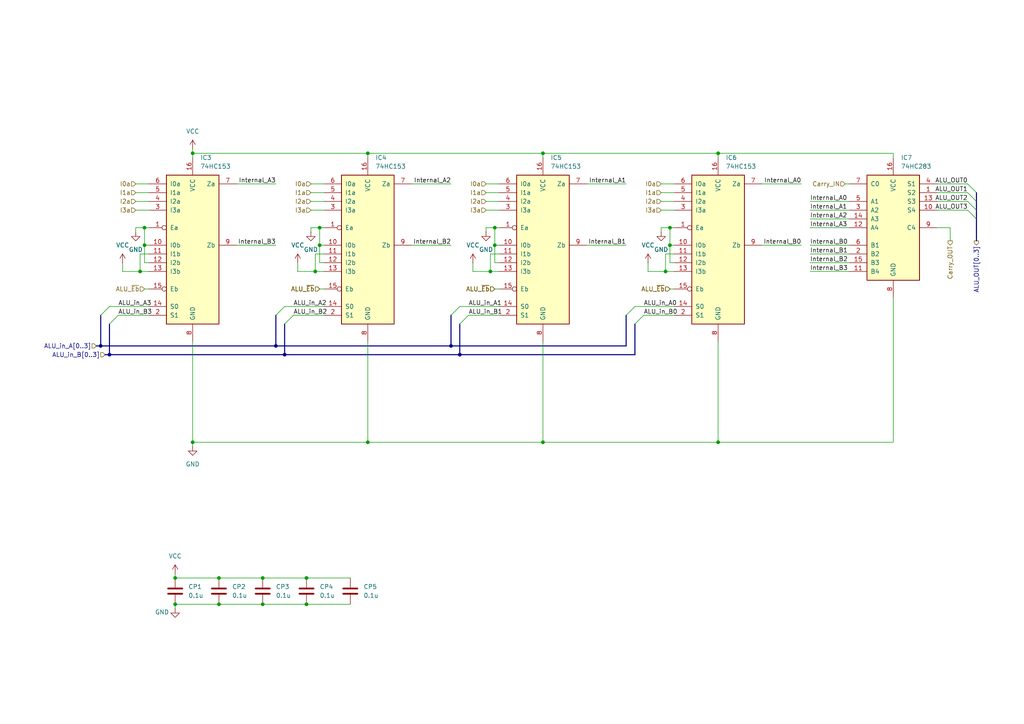
<source format=kicad_sch>
(kicad_sch (version 20231120) (generator "eeschema") (generator_version "8.0")
  (paper "A4")
  (title_block (title "CPU") (date "2025-02-09") (rev "1.0"))
  (lib_symbols
    (symbol "74xx_2:74HC153" (pin_names (offset 1.016))
      (property "Reference" "IC" (at -7.62 21.59 0))
      (property "Value" "74HC153" (at -7.62 -24.13 0))
      (symbol "74HC153_1_0"
        (pin input inverted (at -12.7 5.08 0) (length 5.08) (name "Ea") (number "1"))
        (pin input line (at -12.7 0 0) (length 5.08) (name "I0b") (number "10"))
        (pin input line (at -12.7 -2.54 0) (length 5.08) (name "I1b") (number "11"))
        (pin input line (at -12.7 -5.08 0) (length 5.08) (name "I2b") (number "12"))
        (pin input line (at -12.7 -7.62 0) (length 5.08) (name "I3b") (number "13"))
        (pin input line (at -12.7 -17.78 0) (length 5.08) (name "S0") (number "14"))
        (pin input inverted (at -12.7 -12.7 0) (length 5.08) (name "Eb") (number "15"))
        (pin power_in line (at 0 25.4 270) (length 5.08) (name "VCC") (number "16"))
        (pin input line (at -12.7 -20.32 0) (length 5.08) (name "S1") (number "2"))
        (pin input line (at -12.7 10.16 0) (length 5.08) (name "I3a") (number "3"))
        (pin input line (at -12.7 12.7 0) (length 5.08) (name "I2a") (number "4"))
        (pin input line (at -12.7 15.24 0) (length 5.08) (name "I1a") (number "5"))
        (pin input line (at -12.7 17.78 0) (length 5.08) (name "I0a") (number "6"))
        (pin output line (at 12.7 17.78 180) (length 5.08) (name "Za") (number "7"))
        (pin power_in line (at 0 -27.94 90) (length 5.08) (name "GND") (number "8"))
        (pin output line (at 12.7 0 180) (length 5.08) (name "Zb") (number "9"))
      )
      (symbol "74HC153_1_1"
        (rectangle (start -7.62 20.32) (end 7.62 -22.86) (stroke (width 0.254)) (fill (type background)))
      )
    )
    (symbol "74xx_2:74HC283" (pin_names (offset 1.016))
      (property "Reference" "IC" (at -7.62 16.51 0))
      (property "Value" "74HC283" (at -7.62 -16.51 0))
      (symbol "74HC283_1_0"
        (pin output line (at 12.7 10.16 180) (length 5.08) (name "S2") (number "1"))
        (pin output line (at 12.7 5.08 180) (length 5.08) (name "S4") (number "10"))
        (pin input line (at -12.7 -12.7 0) (length 5.08) (name "B4") (number "11"))
        (pin input line (at -12.7 0 0) (length 5.08) (name "A4") (number "12"))
        (pin output line (at 12.7 7.62 180) (length 5.08) (name "S3") (number "13"))
        (pin input line (at -12.7 2.54 0) (length 5.08) (name "A3") (number "14"))
        (pin input line (at -12.7 -10.16 0) (length 5.08) (name "B3") (number "15"))
        (pin power_in line (at 0 20.32 270) (length 5.08) (name "VCC") (number "16"))
        (pin input line (at -12.7 -7.62 0) (length 5.08) (name "B2") (number "2"))
        (pin input line (at -12.7 5.08 0) (length 5.08) (name "A2") (number "3"))
        (pin output line (at 12.7 12.7 180) (length 5.08) (name "S1") (number "4"))
        (pin input line (at -12.7 7.62 0) (length 5.08) (name "A1") (number "5"))
        (pin input line (at -12.7 -5.08 0) (length 5.08) (name "B1") (number "6"))
        (pin input line (at -12.7 12.7 0) (length 5.08) (name "C0") (number "7"))
        (pin power_in line (at 0 -20.32 90) (length 5.08) (name "GND") (number "8"))
        (pin output line (at 12.7 0 180) (length 5.08) (name "C4") (number "9"))
      )
      (symbol "74HC283_1_1"
        (rectangle (start -7.62 15.24) (end 7.62 -15.24) (stroke (width 0.254)) (fill (type background)))
      )
    )
    (symbol "Device2:C_Bypass" (pin_numbers hide) (pin_names (offset 0.254))
      (property "Reference" "CP" (at 0.635 2.54 0))
      (property "Value" "C_Byp" (at 0.635 -2.54 0))
      (symbol "C_Bypass_0_1"
        (polyline (pts (xy -2.032 -0.762) (xy 2.032 -0.762)) (stroke (width 0.508)))
        (polyline (pts (xy -2.032 0.762) (xy 2.032 0.762)) (stroke (width 0.508)))
      )
      (symbol "C_Bypass_1_1"
        (pin passive line (at 0 3.81 270) (length 2.794) (name "~") (number "1"))
        (pin passive line (at 0 -3.81 90) (length 2.794) (name "~") (number "2"))
      )
    )
    (symbol "power:GND" (power) (pin_numbers hide) (pin_names (offset 0) hide)
      (property "Value" "GND" (at 0 -3.81 0))
      (symbol "GND_0_1"
        (polyline (pts (xy 0 0) (xy 0 -1.27) (xy 1.27 -1.27) (xy 0 -2.54) (xy -1.27 -1.27) (xy 0 -1.27)))
      )
      (symbol "GND_1_1"
        (pin power_in line (at 0 0 270) (length 0) (name "~") (number "1"))
      )
    )
    (symbol "power:VCC" (power) (pin_numbers hide) (pin_names (offset 0) hide)
      (property "Value" "VCC" (at 0 3.556 0))
      (symbol "VCC_0_1"
        (polyline (pts (xy -0.762 1.27) (xy 0 2.54)))
        (polyline (pts (xy 0 0) (xy 0 2.54)))
        (polyline (pts (xy 0 2.54) (xy 0.762 1.27)))
      )
      (symbol "VCC_1_1"
        (pin power_in line (at 0 0 90) (length 0) (name "~") (number "1"))
      )
    )
  )
  (junction (at 55.88 44.45))
  (junction (at 31.75 102.87))
  (junction (at 63.5 175.26))
  (junction (at 55.88 128.27))
  (junction (at 193.04 78.74))
  (junction (at 133.35 102.87))
  (junction (at 76.2 167.64))
  (junction (at 92.71 71.12))
  (junction (at 143.51 66.04))
  (junction (at 194.31 71.12))
  (junction (at 76.2 175.26))
  (junction (at 208.28 128.27))
  (junction (at 80.01 100.33))
  (junction (at 194.31 66.04))
  (junction (at 208.28 44.45))
  (junction (at 50.8 167.64))
  (junction (at 41.91 71.12))
  (junction (at 63.5 167.64))
  (junction (at 143.51 71.12))
  (junction (at 41.91 66.04))
  (junction (at 106.68 128.27))
  (junction (at 130.81 100.33))
  (junction (at 106.68 44.45))
  (junction (at 29.21 100.33))
  (junction (at 92.71 66.04))
  (junction (at 88.9 167.64))
  (junction (at 82.55 102.87))
  (junction (at 88.9 175.26))
  (junction (at 142.24 78.74))
  (junction (at 91.44 78.74))
  (junction (at 50.8 175.26))
  (junction (at 40.64 78.74))
  (junction (at 157.48 44.45))
  (junction (at 157.48 128.27))
  (bus_entry (at 280.67 58.42) (size 2.54 2.54))
  (bus_entry (at 280.67 55.88) (size 2.54 2.54))
  (bus_entry (at 184.15 88.9) (size -2.54 2.54))
  (bus_entry (at 186.69 91.44) (size -2.54 2.54))
  (bus_entry (at 133.35 88.9) (size -2.54 2.54))
  (bus_entry (at 85.09 91.44) (size -2.54 2.54))
  (bus_entry (at 34.29 91.44) (size -2.54 2.54))
  (bus_entry (at 31.75 88.9) (size -2.54 2.54))
  (bus_entry (at 280.67 60.96) (size 2.54 2.54))
  (bus_entry (at 135.89 91.44) (size -2.54 2.54))
  (bus_entry (at 82.55 88.9) (size -2.54 2.54))
  (bus_entry (at 280.67 53.34) (size 2.54 2.54))
  (wire (pts (xy 187.96 76.2) (xy 187.96 78.74)))
  (wire (pts (xy 144.78 60.96) (xy 140.97 60.96)))
  (wire (pts (xy 41.91 66.04) (xy 41.91 71.12)))
  (wire (pts (xy 194.31 71.12) (xy 194.31 76.2)))
  (wire (pts (xy 259.08 86.36) (xy 259.08 128.27)))
  (wire (pts (xy 82.55 88.9) (xy 93.98 88.9)))
  (wire (pts (xy 55.88 128.27) (xy 106.68 128.27)))
  (wire (pts (xy 63.5 167.64) (xy 76.2 167.64)))
  (bus (pts (xy 31.75 102.87) (xy 82.55 102.87)))
  (wire (pts (xy 135.89 91.44) (xy 144.78 91.44)))
  (wire (pts (xy 259.08 128.27) (xy 208.28 128.27)))
  (bus (pts (xy 80.01 91.44) (xy 80.01 100.33)))
  (wire (pts (xy 143.51 66.04) (xy 143.51 71.12)))
  (bus (pts (xy 82.55 102.87) (xy 133.35 102.87)))
  (wire (pts (xy 55.88 44.45) (xy 106.68 44.45)))
  (wire (pts (xy 271.78 58.42) (xy 280.67 58.42)))
  (wire (pts (xy 90.17 67.31) (xy 90.17 66.04)))
  (bus (pts (xy 283.21 55.88) (xy 283.21 58.42)))
  (wire (pts (xy 140.97 66.04) (xy 143.51 66.04)))
  (wire (pts (xy 140.97 67.31) (xy 140.97 66.04)))
  (bus (pts (xy 181.61 91.44) (xy 181.61 100.33)))
  (wire (pts (xy 170.18 71.12) (xy 181.61 71.12)))
  (wire (pts (xy 91.44 78.74) (xy 93.98 78.74)))
  (wire (pts (xy 143.51 71.12) (xy 143.51 76.2)))
  (wire (pts (xy 93.98 60.96) (xy 90.17 60.96)))
  (wire (pts (xy 50.8 167.64) (xy 63.5 167.64)))
  (wire (pts (xy 143.51 66.04) (xy 144.78 66.04)))
  (bus (pts (xy 283.21 58.42) (xy 283.21 60.96)))
  (wire (pts (xy 234.95 60.96) (xy 246.38 60.96)))
  (wire (pts (xy 40.64 78.74) (xy 40.64 73.66)))
  (wire (pts (xy 234.95 78.74) (xy 246.38 78.74)))
  (bus (pts (xy 30.48 102.87) (xy 31.75 102.87)))
  (wire (pts (xy 144.78 55.88) (xy 140.97 55.88)))
  (wire (pts (xy 193.04 78.74) (xy 195.58 78.74)))
  (wire (pts (xy 194.31 83.82) (xy 195.58 83.82)))
  (bus (pts (xy 133.35 93.98) (xy 133.35 102.87)))
  (wire (pts (xy 271.78 60.96) (xy 280.67 60.96)))
  (wire (pts (xy 76.2 175.26) (xy 88.9 175.26)))
  (wire (pts (xy 50.8 175.26) (xy 63.5 175.26)))
  (wire (pts (xy 234.95 66.04) (xy 246.38 66.04)))
  (wire (pts (xy 92.71 66.04) (xy 93.98 66.04)))
  (wire (pts (xy 234.95 58.42) (xy 246.38 58.42)))
  (wire (pts (xy 143.51 83.82) (xy 144.78 83.82)))
  (wire (pts (xy 140.97 53.34) (xy 144.78 53.34)))
  (wire (pts (xy 119.38 71.12) (xy 130.81 71.12)))
  (wire (pts (xy 88.9 175.26) (xy 101.6 175.26)))
  (wire (pts (xy 234.95 73.66) (xy 246.38 73.66)))
  (wire (pts (xy 194.31 66.04) (xy 194.31 71.12)))
  (bus (pts (xy 181.61 100.33) (xy 130.81 100.33)))
  (wire (pts (xy 76.2 167.64) (xy 88.9 167.64)))
  (wire (pts (xy 191.77 67.31) (xy 191.77 66.04)))
  (wire (pts (xy 220.98 71.12) (xy 232.41 71.12)))
  (wire (pts (xy 170.18 53.34) (xy 181.61 53.34)))
  (wire (pts (xy 43.18 58.42) (xy 39.37 58.42)))
  (wire (pts (xy 259.08 44.45) (xy 208.28 44.45)))
  (wire (pts (xy 144.78 58.42) (xy 140.97 58.42)))
  (wire (pts (xy 195.58 60.96) (xy 191.77 60.96)))
  (wire (pts (xy 41.91 71.12) (xy 43.18 71.12)))
  (wire (pts (xy 191.77 66.04) (xy 194.31 66.04)))
  (wire (pts (xy 234.95 63.5) (xy 246.38 63.5)))
  (wire (pts (xy 275.59 66.04) (xy 275.59 69.85)))
  (wire (pts (xy 157.48 99.06) (xy 157.48 128.27)))
  (wire (pts (xy 184.15 88.9) (xy 195.58 88.9)))
  (wire (pts (xy 271.78 66.04) (xy 275.59 66.04)))
  (wire (pts (xy 92.71 66.04) (xy 92.71 71.12)))
  (wire (pts (xy 86.36 78.74) (xy 91.44 78.74)))
  (wire (pts (xy 157.48 44.45) (xy 208.28 44.45)))
  (wire (pts (xy 191.77 53.34) (xy 195.58 53.34)))
  (bus (pts (xy 283.21 63.5) (xy 283.21 69.85)))
  (wire (pts (xy 142.24 78.74) (xy 144.78 78.74)))
  (wire (pts (xy 55.88 99.06) (xy 55.88 128.27)))
  (wire (pts (xy 193.04 78.74) (xy 193.04 73.66)))
  (wire (pts (xy 92.71 71.12) (xy 92.71 76.2)))
  (wire (pts (xy 259.08 45.72) (xy 259.08 44.45)))
  (wire (pts (xy 91.44 78.74) (xy 91.44 73.66)))
  (wire (pts (xy 193.04 73.66) (xy 195.58 73.66)))
  (wire (pts (xy 55.88 43.18) (xy 55.88 44.45)))
  (wire (pts (xy 143.51 71.12) (xy 144.78 71.12)))
  (wire (pts (xy 208.28 44.45) (xy 208.28 45.72)))
  (wire (pts (xy 92.71 76.2) (xy 93.98 76.2)))
  (wire (pts (xy 106.68 45.72) (xy 106.68 44.45)))
  (wire (pts (xy 157.48 45.72) (xy 157.48 44.45)))
  (bus (pts (xy 31.75 93.98) (xy 31.75 102.87)))
  (wire (pts (xy 90.17 66.04) (xy 92.71 66.04)))
  (wire (pts (xy 208.28 99.06) (xy 208.28 128.27)))
  (bus (pts (xy 27.94 100.33) (xy 29.21 100.33)))
  (wire (pts (xy 85.09 91.44) (xy 93.98 91.44)))
  (wire (pts (xy 271.78 55.88) (xy 280.67 55.88)))
  (wire (pts (xy 43.18 60.96) (xy 39.37 60.96)))
  (wire (pts (xy 35.56 76.2) (xy 35.56 78.74)))
  (wire (pts (xy 142.24 78.74) (xy 142.24 73.66)))
  (wire (pts (xy 68.58 71.12) (xy 80.01 71.12)))
  (wire (pts (xy 68.58 53.34) (xy 80.01 53.34)))
  (wire (pts (xy 39.37 67.31) (xy 39.37 66.04)))
  (wire (pts (xy 88.9 167.64) (xy 101.6 167.64)))
  (wire (pts (xy 194.31 71.12) (xy 195.58 71.12)))
  (wire (pts (xy 41.91 71.12) (xy 41.91 76.2)))
  (wire (pts (xy 187.96 78.74) (xy 193.04 78.74)))
  (wire (pts (xy 93.98 58.42) (xy 90.17 58.42)))
  (wire (pts (xy 186.69 91.44) (xy 195.58 91.44)))
  (wire (pts (xy 220.98 53.34) (xy 232.41 53.34)))
  (bus (pts (xy 184.15 93.98) (xy 184.15 102.87)))
  (wire (pts (xy 106.68 44.45) (xy 157.48 44.45)))
  (wire (pts (xy 43.18 55.88) (xy 39.37 55.88)))
  (wire (pts (xy 157.48 128.27) (xy 106.68 128.27)))
  (wire (pts (xy 39.37 66.04) (xy 41.91 66.04)))
  (wire (pts (xy 39.37 53.34) (xy 43.18 53.34)))
  (wire (pts (xy 271.78 53.34) (xy 280.67 53.34)))
  (wire (pts (xy 40.64 73.66) (xy 43.18 73.66)))
  (wire (pts (xy 234.95 71.12) (xy 246.38 71.12)))
  (wire (pts (xy 41.91 76.2) (xy 43.18 76.2)))
  (wire (pts (xy 90.17 53.34) (xy 93.98 53.34)))
  (wire (pts (xy 35.56 78.74) (xy 40.64 78.74)))
  (bus (pts (xy 82.55 93.98) (xy 82.55 102.87)))
  (wire (pts (xy 41.91 66.04) (xy 43.18 66.04)))
  (bus (pts (xy 29.21 91.44) (xy 29.21 100.33)))
  (bus (pts (xy 80.01 100.33) (xy 29.21 100.33)))
  (wire (pts (xy 50.8 175.26) (xy 50.8 176.53)))
  (wire (pts (xy 208.28 128.27) (xy 157.48 128.27)))
  (wire (pts (xy 31.75 88.9) (xy 43.18 88.9)))
  (bus (pts (xy 130.81 91.44) (xy 130.81 100.33)))
  (wire (pts (xy 55.88 128.27) (xy 55.88 129.54)))
  (wire (pts (xy 41.91 83.82) (xy 43.18 83.82)))
  (wire (pts (xy 133.35 88.9) (xy 144.78 88.9)))
  (wire (pts (xy 194.31 66.04) (xy 195.58 66.04)))
  (wire (pts (xy 55.88 45.72) (xy 55.88 44.45)))
  (wire (pts (xy 92.71 83.82) (xy 93.98 83.82)))
  (wire (pts (xy 195.58 55.88) (xy 191.77 55.88)))
  (bus (pts (xy 283.21 60.96) (xy 283.21 63.5)))
  (wire (pts (xy 137.16 78.74) (xy 142.24 78.74)))
  (wire (pts (xy 34.29 91.44) (xy 43.18 91.44)))
  (wire (pts (xy 93.98 55.88) (xy 90.17 55.88)))
  (wire (pts (xy 194.31 76.2) (xy 195.58 76.2)))
  (wire (pts (xy 234.95 76.2) (xy 246.38 76.2)))
  (wire (pts (xy 142.24 73.66) (xy 144.78 73.66)))
  (bus (pts (xy 130.81 100.33) (xy 80.01 100.33)))
  (wire (pts (xy 40.64 78.74) (xy 43.18 78.74)))
  (wire (pts (xy 137.16 76.2) (xy 137.16 78.74)))
  (bus (pts (xy 133.35 102.87) (xy 184.15 102.87)))
  (wire (pts (xy 63.5 175.26) (xy 76.2 175.26)))
  (wire (pts (xy 86.36 76.2) (xy 86.36 78.74)))
  (wire (pts (xy 91.44 73.66) (xy 93.98 73.66)))
  (wire (pts (xy 143.51 76.2) (xy 144.78 76.2)))
  (wire (pts (xy 245.11 53.34) (xy 246.38 53.34)))
  (wire (pts (xy 106.68 99.06) (xy 106.68 128.27)))
  (wire (pts (xy 119.38 53.34) (xy 130.81 53.34)))
  (wire (pts (xy 50.8 166.37) (xy 50.8 167.64)))
  (wire (pts (xy 195.58 58.42) (xy 191.77 58.42)))
  (wire (pts (xy 92.71 71.12) (xy 93.98 71.12)))
  (label "Internal_A1" (at 234.95 60.96 0))
  (label "Internal_A2" (at 130.81 53.34 180))
  (label "ALU_OUT1" (at 280.67 55.88 180))
  (label "Internal_B3" (at 80.01 71.12 180))
  (label "Internal_A0" (at 234.95 58.42 0))
  (label "Internal_B3" (at 234.95 78.74 0))
  (label "Internal_A2" (at 234.95 63.5 0))
  (label "ALU_in_A1" (at 135.89 88.9 0))
  (label "Internal_B2" (at 234.95 76.2 0))
  (label "ALU_in_A2" (at 85.09 88.9 0))
  (label "ALU_in_A3" (at 34.29 88.9 0))
  (label "ALU_in_B2" (at 85.09 91.44 0))
  (label "ALU_in_B0" (at 186.69 91.44 0))
  (label "Internal_B2" (at 130.81 71.12 180))
  (label "ALU_in_B3" (at 34.29 91.44 0))
  (label "Internal_A1" (at 181.61 53.34 180))
  (label "Internal_B0" (at 232.41 71.12 180))
  (label "ALU_OUT0" (at 280.67 53.34 180))
  (label "Internal_B0" (at 234.95 71.12 0))
  (label "Internal_A3" (at 80.01 53.34 180))
  (label "Internal_B1" (at 181.61 71.12 180))
  (label "Internal_B1" (at 234.95 73.66 0))
  (label "Internal_A3" (at 234.95 66.04 0))
  (label "ALU_in_A0" (at 186.69 88.9 0))
  (label "Internal_A0" (at 232.41 53.34 180))
  (label "ALU_in_B1" (at 135.89 91.44 0))
  (label "ALU_OUT3" (at 280.67 60.96 180))
  (label "ALU_OUT2" (at 280.67 58.42 180))
  (hierarchical_label "I1a" (shape input) (at 191.77 55.88 180))
  (hierarchical_label "I0a" (shape input) (at 191.77 53.34 180))
  (hierarchical_label "I0a" (shape input) (at 90.17 53.34 180))
  (hierarchical_label "I2a" (shape input) (at 191.77 58.42 180))
  (hierarchical_label "I3a" (shape input) (at 90.17 60.96 180))
  (hierarchical_label "I1a" (shape input) (at 140.97 55.88 180))
  (hierarchical_label "ALU_~{Eb}" (shape input) (at 194.31 83.82 180))
  (hierarchical_label "ALU_~{Eb}" (shape input) (at 194.31 83.82 180))
  (hierarchical_label "ALU_~{Eb}" (shape input) (at 143.51 83.82 180))
  (hierarchical_label "Carry_OUT" (shape output) (at 275.59 69.85 270))
  (hierarchical_label "I3a" (shape input) (at 39.37 60.96 180))
  (hierarchical_label "I2a" (shape input) (at 140.97 58.42 180))
  (hierarchical_label "ALU_~{Eb}" (shape input) (at 92.71 83.82 180))
  (hierarchical_label "ALU_OUT[0..3]" (shape output) (at 283.21 69.85 270))
  (hierarchical_label "ALU_~{Eb}" (shape input) (at 41.91 83.82 180))
  (hierarchical_label "ALU_~{Eb}" (shape input) (at 92.71 83.82 180))
  (hierarchical_label "I0a" (shape input) (at 39.37 53.34 180))
  (hierarchical_label "ALU_~{Eb}" (shape input) (at 143.51 83.82 180))
  (hierarchical_label "ALU_in_A[0..3]" (shape input) (at 27.94 100.33 180))
  (hierarchical_label "I2a" (shape input) (at 90.17 58.42 180))
  (hierarchical_label "I3a" (shape input) (at 191.77 60.96 180))
  (hierarchical_label "I1a" (shape input) (at 90.17 55.88 180))
  (hierarchical_label "Carry_IN" (shape input) (at 245.11 53.34 180))
  (hierarchical_label "I1a" (shape input) (at 39.37 55.88 180))
  (hierarchical_label "I0a" (shape input) (at 140.97 53.34 180))
  (hierarchical_label "I3a" (shape input) (at 140.97 60.96 180))
  (hierarchical_label "I2a" (shape input) (at 39.37 58.42 180))
  (hierarchical_label "ALU_in_B[0..3]" (shape input) (at 30.48 102.87 180))
  (symbol (lib_id "power:GND") (at 191.77 67.31 0) (unit 1)
    (property "Reference" "#PWR026" (effects (hide yes)))
    (property "Value" "GND" (at 191.77 72.39 0))
    (property "Description" "Power symbol creates a global label with name \"GND\" , ground" (effects (hide yes)))
  )
  (symbol (lib_id "Device2:C_Bypass") (at 76.2 171.45 0) (unit 1)
    (property "Reference" "CP3" (at 80.01 170.1799 0) (effects (justify left)))
    (property "Value" "0.1u" (at 80.01 172.7199 0) (effects (justify left)))
    (property "Footprint" "Capacitor_THT:C_Disc_D3.0mm_W1.6mm_P2.50mm" (effects (hide yes)))
    (property "Description" "Bypass Capacitor" (effects (hide yes)))
  )
  (symbol (lib_id "Device2:C_Bypass") (at 88.9 171.45 0) (unit 1)
    (property "Reference" "CP4" (at 92.71 170.1799 0) (effects (justify left)))
    (property "Value" "0.1u" (at 92.71 172.7199 0) (effects (justify left)))
    (property "Footprint" "Capacitor_THT:C_Disc_D3.0mm_W1.6mm_P2.50mm" (effects (hide yes)))
    (property "Description" "Bypass Capacitor" (effects (hide yes)))
  )
  (symbol (lib_id "74xx_2:74HC153") (at 208.28 71.12 0) (unit 1)
    (property "Reference" "IC6" (at 210.4741 45.72 0) (effects (justify left)))
    (property "Value" "74HC153" (at 210.4741 48.26 0) (effects (justify left)))
    (property "Datasheet" "http://www.ti.com/lit/gpn/sn74LS153" (effects (hide yes)))
    (property "Description" "Dual Multiplexer 4 to 1" (effects (hide yes)))
  )
  (symbol (lib_id "power:VCC") (at 50.8 166.37 0) (unit 1)
    (property "Reference" "#PWR017" (effects (hide yes)))
    (property "Value" "VCC" (at 50.8 161.29 0))
    (property "Description" "Power symbol creates a global label with name \"VCC\"" (effects (hide yes)))
  )
  (symbol (lib_id "power:VCC") (at 55.88 43.18 0) (unit 1)
    (property "Reference" "#PWR019" (effects (hide yes)))
    (property "Value" "VCC" (at 55.88 38.1 0))
    (property "Description" "Power symbol creates a global label with name \"VCC\"" (effects (hide yes)))
  )
  (symbol (lib_id "power:VCC") (at 187.96 76.2 0) (unit 1)
    (property "Reference" "#PWR025" (effects (hide yes)))
    (property "Value" "VCC" (at 187.96 71.12 0))
    (property "Description" "Power symbol creates a global label with name \"VCC\"" (effects (hide yes)))
  )
  (symbol (lib_id "74xx_2:74HC153") (at 157.48 71.12 0) (unit 1)
    (property "Reference" "IC5" (at 159.6741 45.72 0) (effects (justify left)))
    (property "Value" "74HC153" (at 159.6741 48.26 0) (effects (justify left)))
    (property "Datasheet" "http://www.ti.com/lit/gpn/sn74LS153" (effects (hide yes)))
    (property "Description" "Dual Multiplexer 4 to 1" (effects (hide yes)))
  )
  (symbol (lib_id "power:GND") (at 50.8 176.53 0) (unit 1)
    (property "Reference" "#PWR018" (effects (hide yes)))
    (property "Value" "GND" (at 46.99 177.546 0))
    (property "Description" "Power symbol creates a global label with name \"GND\" , ground" (effects (hide yes)))
  )
  (symbol (lib_id "Device2:C_Bypass") (at 50.8 171.45 0) (unit 1)
    (property "Reference" "CP1" (at 54.61 170.1799 0) (effects (justify left)))
    (property "Value" "0.1u" (at 54.61 172.7199 0) (effects (justify left)))
    (property "Footprint" "Capacitor_THT:C_Disc_D3.0mm_W1.6mm_P2.50mm" (effects (hide yes)))
    (property "Description" "Bypass Capacitor" (effects (hide yes)))
  )
  (symbol (lib_id "74xx_2:74HC283") (at 259.08 66.04 0) (unit 1)
    (property "Reference" "IC7" (at 261.2741 45.72 0) (effects (justify left)))
    (property "Value" "74HC283" (at 261.2741 48.26 0) (effects (justify left)))
    (property "Datasheet" "http://www.ti.com/lit/gpn/sn74LS283" (effects (hide yes)))
    (property "Description" "4-bit full Adder" (effects (hide yes)))
  )
  (symbol (lib_id "power:GND") (at 55.88 129.54 0) (unit 1)
    (property "Reference" "#PWR020" (effects (hide yes)))
    (property "Value" "GND" (at 55.88 134.62 0))
    (property "Description" "Power symbol creates a global label with name \"GND\" , ground" (effects (hide yes)))
  )
  (symbol (lib_id "power:VCC") (at 137.16 76.2 0) (unit 1)
    (property "Reference" "#PWR023" (effects (hide yes)))
    (property "Value" "VCC" (at 137.16 71.12 0))
    (property "Description" "Power symbol creates a global label with name \"VCC\"" (effects (hide yes)))
  )
  (symbol (lib_id "Device2:C_Bypass") (at 101.6 171.45 0) (unit 1)
    (property "Reference" "CP5" (at 105.41 170.1799 0) (effects (justify left)))
    (property "Value" "0.1u" (at 105.41 172.7199 0) (effects (justify left)))
    (property "Footprint" "Capacitor_THT:C_Disc_D3.0mm_W1.6mm_P2.50mm" (effects (hide yes)))
    (property "Description" "Bypass Capacitor" (effects (hide yes)))
  )
  (symbol (lib_id "Device2:C_Bypass") (at 63.5 171.45 0) (unit 1)
    (property "Reference" "CP2" (at 67.31 170.1799 0) (effects (justify left)))
    (property "Value" "0.1u" (at 67.31 172.7199 0) (effects (justify left)))
    (property "Footprint" "Capacitor_THT:C_Disc_D3.0mm_W1.6mm_P2.50mm" (effects (hide yes)))
    (property "Description" "Bypass Capacitor" (effects (hide yes)))
  )
  (symbol (lib_id "power:VCC") (at 35.56 76.2 0) (unit 1)
    (property "Reference" "#PWR015" (effects (hide yes)))
    (property "Value" "VCC" (at 35.56 71.12 0))
    (property "Description" "Power symbol creates a global label with name \"VCC\"" (effects (hide yes)))
  )
  (symbol (lib_id "74xx_2:74HC153") (at 106.68 71.12 0) (unit 1)
    (property "Reference" "IC4" (at 108.8741 45.72 0) (effects (justify left)))
    (property "Value" "74HC153" (at 108.8741 48.26 0) (effects (justify left)))
    (property "Datasheet" "http://www.ti.com/lit/gpn/sn74LS153" (effects (hide yes)))
    (property "Description" "Dual Multiplexer 4 to 1" (effects (hide yes)))
  )
  (symbol (lib_id "74xx_2:74HC153") (at 55.88 71.12 0) (unit 1)
    (property "Reference" "IC3" (at 58.0741 45.72 0) (effects (justify left)))
    (property "Value" "74HC153" (at 58.0741 48.26 0) (effects (justify left)))
    (property "Datasheet" "http://www.ti.com/lit/gpn/sn74LS153" (effects (hide yes)))
    (property "Description" "Dual Multiplexer 4 to 1" (effects (hide yes)))
  )
  (symbol (lib_id "power:GND") (at 140.97 67.31 0) (unit 1)
    (property "Reference" "#PWR024" (effects (hide yes)))
    (property "Value" "GND" (at 140.97 72.39 0))
    (property "Description" "Power symbol creates a global label with name \"GND\" , ground" (effects (hide yes)))
  )
  (symbol (lib_id "power:VCC") (at 86.36 76.2 0) (unit 1)
    (property "Reference" "#PWR021" (effects (hide yes)))
    (property "Value" "VCC" (at 86.36 71.12 0))
    (property "Description" "Power symbol creates a global label with name \"VCC\"" (effects (hide yes)))
  )
  (symbol (lib_id "power:GND") (at 39.37 67.31 0) (unit 1)
    (property "Reference" "#PWR016" (effects (hide yes)))
    (property "Value" "GND" (at 39.37 72.39 0))
    (property "Description" "Power symbol creates a global label with name \"GND\" , ground" (effects (hide yes)))
  )
  (symbol (lib_id "power:GND") (at 90.17 67.31 0) (unit 1)
    (property "Reference" "#PWR022" (effects (hide yes)))
    (property "Value" "GND" (at 90.17 72.39 0))
    (property "Description" "Power symbol creates a global label with name \"GND\" , ground" (effects (hide yes)))
  )
)
</source>
